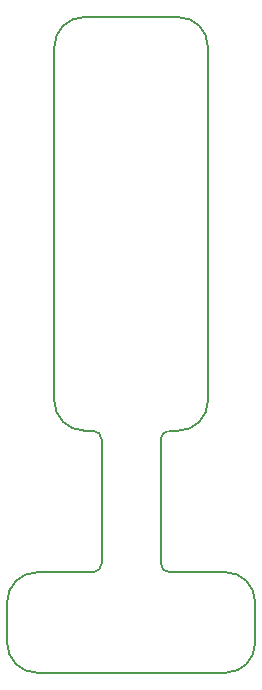
<source format=gm1>
G04 #@! TF.GenerationSoftware,KiCad,Pcbnew,6.0.5-a6ca702e91~116~ubuntu20.04.1*
G04 #@! TF.CreationDate,2022-06-20T08:29:13+02:00*
G04 #@! TF.ProjectId,traffic_lights_vehicle,74726166-6669-4635-9f6c-69676874735f,1.0*
G04 #@! TF.SameCoordinates,Original*
G04 #@! TF.FileFunction,Profile,NP*
%FSLAX46Y46*%
G04 Gerber Fmt 4.6, Leading zero omitted, Abs format (unit mm)*
G04 Created by KiCad (PCBNEW 6.0.5-a6ca702e91~116~ubuntu20.04.1) date 2022-06-20 08:29:13*
%MOMM*%
%LPD*%
G01*
G04 APERTURE LIST*
G04 #@! TA.AperFunction,Profile*
%ADD10C,0.150000*%
G04 #@! TD*
G04 APERTURE END LIST*
D10*
X102500000Y-91500000D02*
X107250000Y-91500000D01*
X121000000Y-97500000D02*
X121000000Y-94000000D01*
X106500000Y-44500000D02*
X114500000Y-44500000D01*
X104000000Y-77000000D02*
X104000000Y-47000000D01*
X113750000Y-91500000D02*
X118500000Y-91500000D01*
X113000000Y-90750000D02*
G75*
G03*
X113750000Y-91500000I750000J0D01*
G01*
X107250000Y-91500000D02*
G75*
G03*
X108000000Y-90750000I0J750000D01*
G01*
X108000000Y-80250000D02*
X108000000Y-90750000D01*
X113000000Y-80250000D02*
X113000000Y-90750000D01*
X113750000Y-79500000D02*
G75*
G03*
X113000000Y-80250000I0J-750000D01*
G01*
X108000000Y-80250000D02*
G75*
G03*
X107250000Y-79500000I-750000J0D01*
G01*
X106500000Y-79500000D02*
X107250000Y-79500000D01*
X113750000Y-79500000D02*
X114500000Y-79500000D01*
X104000000Y-77000000D02*
G75*
G03*
X106500000Y-79500000I2500000J0D01*
G01*
X114500000Y-79500000D02*
G75*
G03*
X117000000Y-77000000I0J2500000D01*
G01*
X117000000Y-77000000D02*
X117000000Y-47000000D01*
X106500000Y-44500000D02*
G75*
G03*
X104000000Y-47000000I0J-2500000D01*
G01*
X117000000Y-47000000D02*
G75*
G03*
X114500000Y-44500000I-2500000J0D01*
G01*
X121000000Y-94000000D02*
G75*
G03*
X118500000Y-91500000I-2500000J0D01*
G01*
X102500000Y-91500000D02*
G75*
G03*
X100000000Y-94000000I0J-2500000D01*
G01*
X100000000Y-97500000D02*
X100000000Y-94000000D01*
X100000000Y-97500000D02*
G75*
G03*
X102500000Y-100000000I2500000J0D01*
G01*
X102500000Y-100000000D02*
X118500000Y-100000000D01*
X118500000Y-100000000D02*
G75*
G03*
X121000000Y-97500000I0J2500000D01*
G01*
M02*

</source>
